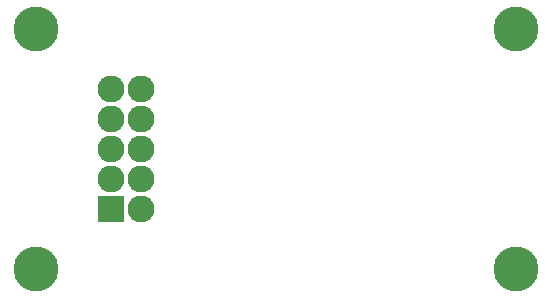
<source format=gbs>
G04 (created by PCBNEW-RS274X (2011-07-19)-testing) date Fri 10 Feb 2012 12:48:48 PM PST*
G01*
G70*
G90*
%MOIN*%
G04 Gerber Fmt 3.4, Leading zero omitted, Abs format*
%FSLAX34Y34*%
G04 APERTURE LIST*
%ADD10C,0.006000*%
%ADD11C,0.150000*%
%ADD12R,0.090000X0.090000*%
%ADD13C,0.090000*%
G04 APERTURE END LIST*
G54D10*
G54D11*
X67000Y-21000D03*
X51000Y-21000D03*
X67000Y-29000D03*
X51000Y-29000D03*
G54D12*
X53500Y-27000D03*
G54D13*
X54500Y-27000D03*
X53500Y-26000D03*
X54500Y-26000D03*
X53500Y-25000D03*
X54500Y-25000D03*
X53500Y-24000D03*
X54500Y-24000D03*
X53500Y-23000D03*
X54500Y-23000D03*
M02*

</source>
